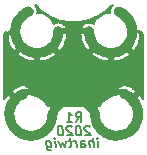
<source format=gbr>
%TF.GenerationSoftware,KiCad,Pcbnew,(5.1.6-0)*%
%TF.CreationDate,2020-12-23T18:17:54-08:00*%
%TF.ProjectId,loco-rollers-n,6c6f636f-2d72-46f6-9c6c-6572732d6e2e,R1*%
%TF.SameCoordinates,PX8f0d180PY7270e00*%
%TF.FileFunction,Copper,L2,Bot*%
%TF.FilePolarity,Positive*%
%FSLAX46Y46*%
G04 Gerber Fmt 4.6, Leading zero omitted, Abs format (unit mm)*
G04 Created by KiCad (PCBNEW (5.1.6-0)) date 2020-12-23 18:17:54*
%MOMM*%
%LPD*%
G01*
G04 APERTURE LIST*
%TA.AperFunction,NonConductor*%
%ADD10C,0.150000*%
%TD*%
%TA.AperFunction,ComponentPad*%
%ADD11C,0.800000*%
%TD*%
%TA.AperFunction,SMDPad,CuDef*%
%ADD12C,0.100000*%
%TD*%
%TA.AperFunction,Conductor*%
%ADD13C,0.508000*%
%TD*%
%TA.AperFunction,Conductor*%
%ADD14C,0.254000*%
%TD*%
%TA.AperFunction,Conductor*%
%ADD15C,0.152400*%
%TD*%
G04 APERTURE END LIST*
D10*
X6283333Y2588096D02*
X6550000Y2969048D01*
X6740476Y2588096D02*
X6740476Y3388096D01*
X6435714Y3388096D01*
X6359523Y3350000D01*
X6321428Y3311905D01*
X6283333Y3235715D01*
X6283333Y3121429D01*
X6321428Y3045239D01*
X6359523Y3007143D01*
X6435714Y2969048D01*
X6740476Y2969048D01*
X5521428Y2588096D02*
X5978571Y2588096D01*
X5750000Y2588096D02*
X5750000Y3388096D01*
X5826190Y3273810D01*
X5902380Y3197620D01*
X5978571Y3159524D01*
X8203854Y438096D02*
X8137187Y971429D01*
X8103854Y1238096D02*
X8146711Y1200000D01*
X8113377Y1161905D01*
X8070520Y1200000D01*
X8103854Y1238096D01*
X8113377Y1161905D01*
X7822901Y438096D02*
X7722901Y1238096D01*
X7480044Y438096D02*
X7427663Y857143D01*
X7456235Y933334D01*
X7527663Y971429D01*
X7641949Y971429D01*
X7722901Y933334D01*
X7765758Y895239D01*
X6756235Y438096D02*
X6703854Y857143D01*
X6732425Y933334D01*
X6803854Y971429D01*
X6956235Y971429D01*
X7037187Y933334D01*
X6751473Y476191D02*
X6832425Y438096D01*
X7022901Y438096D01*
X7094330Y476191D01*
X7122901Y552381D01*
X7113377Y628572D01*
X7065758Y704762D01*
X6984806Y742858D01*
X6794330Y742858D01*
X6713377Y780953D01*
X6375282Y438096D02*
X6308616Y971429D01*
X6327663Y819048D02*
X6280044Y895239D01*
X6237187Y933334D01*
X6156235Y971429D01*
X6080044Y971429D01*
X5927663Y971429D02*
X5622901Y971429D01*
X5780044Y1238096D02*
X5865758Y552381D01*
X5837187Y476191D01*
X5765758Y438096D01*
X5689568Y438096D01*
X5432425Y971429D02*
X5346711Y438096D01*
X5146711Y819048D01*
X5041949Y438096D01*
X4822901Y971429D01*
X4584806Y438096D02*
X4518139Y971429D01*
X4484806Y1238096D02*
X4527663Y1200000D01*
X4494330Y1161905D01*
X4451473Y1200000D01*
X4484806Y1238096D01*
X4494330Y1161905D01*
X3794330Y971429D02*
X3875282Y323810D01*
X3922901Y247620D01*
X3965758Y209524D01*
X4046711Y171429D01*
X4160997Y171429D01*
X4232425Y209524D01*
X3856235Y476191D02*
X3937187Y438096D01*
X4089568Y438096D01*
X4160997Y476191D01*
X4194330Y514286D01*
X4222901Y590477D01*
X4194330Y819048D01*
X4146711Y895239D01*
X4103854Y933334D01*
X4022901Y971429D01*
X3870520Y971429D01*
X3799092Y933334D01*
X7463377Y2161905D02*
X7420520Y2200000D01*
X7339568Y2238096D01*
X7149092Y2238096D01*
X7077663Y2200000D01*
X7044330Y2161905D01*
X7015758Y2085715D01*
X7025282Y2009524D01*
X7077663Y1895239D01*
X7591949Y1438096D01*
X7096711Y1438096D01*
X6501473Y2238096D02*
X6425282Y2238096D01*
X6353854Y2200000D01*
X6320520Y2161905D01*
X6291949Y2085715D01*
X6272901Y1933334D01*
X6296711Y1742858D01*
X6353854Y1590477D01*
X6401473Y1514286D01*
X6444330Y1476191D01*
X6525282Y1438096D01*
X6601473Y1438096D01*
X6672901Y1476191D01*
X6706235Y1514286D01*
X6734806Y1590477D01*
X6753854Y1742858D01*
X6730044Y1933334D01*
X6672901Y2085715D01*
X6625282Y2161905D01*
X6582425Y2200000D01*
X6501473Y2238096D01*
X5939568Y2161905D02*
X5896711Y2200000D01*
X5815758Y2238096D01*
X5625282Y2238096D01*
X5553854Y2200000D01*
X5520520Y2161905D01*
X5491949Y2085715D01*
X5501473Y2009524D01*
X5553854Y1895239D01*
X6068139Y1438096D01*
X5572901Y1438096D01*
X4977663Y2238096D02*
X4901473Y2238096D01*
X4830044Y2200000D01*
X4796711Y2161905D01*
X4768139Y2085715D01*
X4749092Y1933334D01*
X4772901Y1742858D01*
X4830044Y1590477D01*
X4877663Y1514286D01*
X4920520Y1476191D01*
X5001473Y1438096D01*
X5077663Y1438096D01*
X5149092Y1476191D01*
X5182425Y1514286D01*
X5210997Y1590477D01*
X5230044Y1742858D01*
X5206235Y1933334D01*
X5149092Y2085715D01*
X5101473Y2161905D01*
X5058616Y2200000D01*
X4977663Y2238096D01*
D11*
%TO.P,H1,1*%
%TO.N,/PWR*%
X1710000Y11540000D03*
X4825000Y10250000D03*
X4290000Y8960000D03*
X3000000Y8425000D03*
X1710000Y8960000D03*
X1175000Y10250000D03*
%TA.AperFunction,SMDPad,CuDef*%
D12*
G36*
X3012732Y8000541D02*
G01*
X2994943Y8000417D01*
X2816819Y8007883D01*
X2816799Y8007883D01*
X2816776Y8007885D01*
X2810871Y8008173D01*
X2793171Y8010034D01*
X2775447Y8011647D01*
X2598880Y8036462D01*
X2593010Y8037329D01*
X2575623Y8040898D01*
X2558094Y8044242D01*
X2384792Y8086168D01*
X2379034Y8087604D01*
X2362044Y8092864D01*
X2344960Y8097892D01*
X2176575Y8156529D01*
X2170985Y8158519D01*
X2154556Y8165426D01*
X2138076Y8172084D01*
X1976218Y8246872D01*
X1970849Y8249399D01*
X1955210Y8257855D01*
X1939420Y8266110D01*
X1785649Y8356328D01*
X1785633Y8356336D01*
X1785616Y8356347D01*
X1780535Y8359375D01*
X1765771Y8369334D01*
X1750888Y8379073D01*
X1606639Y8483876D01*
X1601862Y8487397D01*
X1588154Y8498738D01*
X1574280Y8509893D01*
X1440946Y8628272D01*
X1436536Y8632243D01*
X1424003Y8644864D01*
X1411277Y8657326D01*
X1290142Y8788141D01*
X1290134Y8788149D01*
X1290126Y8788159D01*
X1286131Y8792534D01*
X1274904Y8806300D01*
X1263444Y8819958D01*
X1155643Y8961980D01*
X1152088Y8966731D01*
X1142232Y8981566D01*
X1132184Y8996241D01*
X1038756Y9148106D01*
X1035682Y9153181D01*
X1027331Y9168887D01*
X1018752Y9184492D01*
X940599Y9344732D01*
X940590Y9344748D01*
X940582Y9344768D01*
X938026Y9350100D01*
X931251Y9366539D01*
X924233Y9382913D01*
X862082Y9550032D01*
X860052Y9555608D01*
X854907Y9572651D01*
X849527Y9589611D01*
X803981Y9761997D01*
X802505Y9767745D01*
X799053Y9785181D01*
X795348Y9802612D01*
X766841Y9978620D01*
X765933Y9984484D01*
X764197Y10002189D01*
X762213Y10019882D01*
X751018Y10197814D01*
X751016Y10197833D01*
X751016Y10197855D01*
X750685Y10203757D01*
X750685Y10221538D01*
X750437Y10239352D01*
X756659Y10417524D01*
X756659Y10417543D01*
X756661Y10417565D01*
X756908Y10423474D01*
X758641Y10441148D01*
X760134Y10458920D01*
X783715Y10635655D01*
X784541Y10641531D01*
X787999Y10658993D01*
X791211Y10676495D01*
X831926Y10850086D01*
X833321Y10855854D01*
X838454Y10872856D01*
X843371Y10890002D01*
X900832Y11058791D01*
X902784Y11064395D01*
X909553Y11080816D01*
X916117Y11097396D01*
X989774Y11259772D01*
X992263Y11265160D01*
X1000619Y11280875D01*
X1008755Y11296705D01*
X1097906Y11451118D01*
X1100908Y11456237D01*
X1110771Y11471081D01*
X1120397Y11486018D01*
X1224190Y11630996D01*
X1227678Y11635797D01*
X1238916Y11649577D01*
X1249983Y11663539D01*
X1367429Y11797696D01*
X1371369Y11802133D01*
X1383902Y11814754D01*
X1396273Y11827564D01*
X1526238Y11949609D01*
X1526248Y11949619D01*
X1526260Y11949629D01*
X1530603Y11953652D01*
X1544332Y11965009D01*
X1557870Y11976530D01*
X1699118Y12085305D01*
X1699134Y12085319D01*
X1699154Y12085333D01*
X1703863Y12088908D01*
X1718623Y12098864D01*
X1733231Y12109016D01*
X1884435Y12203500D01*
X1884440Y12203504D01*
X1884447Y12203508D01*
X1889493Y12206612D01*
X1905117Y12215060D01*
X1920686Y12223761D01*
X2080394Y12303040D01*
X2085727Y12305641D01*
X2094443Y12309305D01*
X2102964Y12313433D01*
X2135204Y12327151D01*
X2140680Y12329436D01*
X2179833Y12343261D01*
X2220148Y12353201D01*
X2261241Y12359159D01*
X2302718Y12361079D01*
X2344186Y12358941D01*
X2385247Y12352768D01*
X2425509Y12342617D01*
X2464589Y12328586D01*
X2502113Y12310808D01*
X2537723Y12289453D01*
X2571080Y12264725D01*
X2601863Y12236860D01*
X2629781Y12206124D01*
X2654567Y12172811D01*
X2675983Y12137238D01*
X2693826Y12099745D01*
X2707925Y12060689D01*
X2718145Y12020445D01*
X2724390Y11979395D01*
X2726599Y11937931D01*
X2724751Y11896450D01*
X2718865Y11855347D01*
X2708995Y11815015D01*
X2695237Y11775838D01*
X2677721Y11738191D01*
X2656615Y11702432D01*
X2632121Y11668904D01*
X2604472Y11637927D01*
X2573933Y11609795D01*
X2540793Y11584778D01*
X2505370Y11563113D01*
X2468002Y11545009D01*
X2447197Y11536157D01*
X2317247Y11471649D01*
X2201285Y11399187D01*
X2092963Y11315769D01*
X1993292Y11222172D01*
X1903230Y11119295D01*
X1823632Y11008113D01*
X1755269Y10889705D01*
X1698787Y10765191D01*
X1654722Y10635753D01*
X1623501Y10502641D01*
X1605416Y10367103D01*
X1600644Y10230457D01*
X1609230Y10094005D01*
X1631091Y9959026D01*
X1666017Y9826837D01*
X1713676Y9698686D01*
X1773619Y9575785D01*
X1845260Y9459334D01*
X1927926Y9350426D01*
X2020828Y9250100D01*
X2123073Y9159323D01*
X2233689Y9078955D01*
X2351623Y9009764D01*
X2475741Y8952413D01*
X2604865Y8907448D01*
X2737763Y8875297D01*
X2873164Y8856267D01*
X3009770Y8850542D01*
X3146286Y8858175D01*
X3281400Y8879091D01*
X3413846Y8913097D01*
X3542328Y8959861D01*
X3665629Y9018937D01*
X3782584Y9089767D01*
X3892071Y9171673D01*
X3993038Y9263870D01*
X4084528Y9365480D01*
X4165667Y9475534D01*
X4235678Y9592978D01*
X4293894Y9716692D01*
X4339760Y9845501D01*
X4372839Y9978172D01*
X4392812Y10113433D01*
X4400507Y10270761D01*
X4400838Y10276686D01*
X4405467Y10317949D01*
X4414100Y10358564D01*
X4426655Y10398143D01*
X4443012Y10436307D01*
X4463016Y10472694D01*
X4486475Y10506955D01*
X4513165Y10538763D01*
X4542831Y10567814D01*
X4575191Y10593833D01*
X4609936Y10616568D01*
X4646733Y10635806D01*
X4685231Y10651360D01*
X4725065Y10663083D01*
X4765851Y10670864D01*
X4807203Y10674627D01*
X4848724Y10674338D01*
X4890019Y10669997D01*
X4930693Y10661647D01*
X4970359Y10649369D01*
X5008636Y10633279D01*
X5045161Y10613530D01*
X5079585Y10590311D01*
X5111578Y10563843D01*
X5140837Y10534381D01*
X5167079Y10502203D01*
X5190058Y10467618D01*
X5209552Y10430956D01*
X5225374Y10392567D01*
X5237376Y10352817D01*
X5245441Y10312086D01*
X5249493Y10270761D01*
X5249493Y10229239D01*
X5240783Y10051150D01*
X5240452Y10045225D01*
X5238468Y10027536D01*
X5236731Y10009825D01*
X5210684Y9833436D01*
X5209776Y9827572D01*
X5206077Y9810171D01*
X5202619Y9792705D01*
X5159484Y9619700D01*
X5158008Y9613953D01*
X5152633Y9597010D01*
X5147483Y9579951D01*
X5087676Y9411992D01*
X5087672Y9411979D01*
X5087666Y9411964D01*
X5085643Y9406405D01*
X5078632Y9390049D01*
X5071848Y9373590D01*
X4995931Y9212259D01*
X4995931Y9212258D01*
X4995926Y9212248D01*
X4993366Y9206905D01*
X4984798Y9191320D01*
X4976437Y9175596D01*
X4885139Y9022442D01*
X4882065Y9017366D01*
X4872019Y9002694D01*
X4862161Y8987857D01*
X4756354Y8844344D01*
X4752799Y8839592D01*
X4741357Y8825956D01*
X4730111Y8812167D01*
X4610816Y8679676D01*
X4610805Y8679663D01*
X4610792Y8679649D01*
X4606802Y8675280D01*
X4594108Y8662849D01*
X4581546Y8650200D01*
X4449879Y8529970D01*
X4445469Y8525999D01*
X4431599Y8514847D01*
X4417884Y8503502D01*
X4275112Y8396695D01*
X4270336Y8393173D01*
X4255427Y8383418D01*
X4240688Y8373476D01*
X4088190Y8281120D01*
X4088175Y8281110D01*
X4088157Y8281100D01*
X4083078Y8278072D01*
X4067305Y8269826D01*
X4051649Y8261362D01*
X3890861Y8184325D01*
X3890853Y8184321D01*
X3890844Y8184317D01*
X3885482Y8181794D01*
X3868984Y8175129D01*
X3852575Y8168231D01*
X3685044Y8107254D01*
X3685026Y8107247D01*
X3685005Y8107240D01*
X3679436Y8105257D01*
X3662397Y8100242D01*
X3645361Y8094969D01*
X3472673Y8050630D01*
X3472659Y8050626D01*
X3472642Y8050623D01*
X3466903Y8049191D01*
X3449397Y8045852D01*
X3431984Y8042278D01*
X3255801Y8015004D01*
X3255786Y8015001D01*
X3255769Y8014999D01*
X3249911Y8014133D01*
X3232163Y8012518D01*
X3214490Y8010661D01*
X3036480Y8000708D01*
X3036464Y8000706D01*
X3036445Y8000706D01*
X3030540Y8000416D01*
X3012732Y8000541D01*
G37*
%TD.AperFunction*%
%TD*%
D11*
%TO.P,H2,1*%
%TO.N,/PWR*%
X1210000Y4540000D03*
X4325000Y3250000D03*
X3790000Y1960000D03*
X2500000Y1425000D03*
X1210000Y1960000D03*
X675000Y3250000D03*
%TA.AperFunction,SMDPad,CuDef*%
D12*
G36*
X2512732Y1000541D02*
G01*
X2494943Y1000417D01*
X2316819Y1007883D01*
X2316799Y1007883D01*
X2316776Y1007885D01*
X2310871Y1008173D01*
X2293171Y1010034D01*
X2275447Y1011647D01*
X2098880Y1036462D01*
X2093010Y1037329D01*
X2075623Y1040898D01*
X2058094Y1044242D01*
X1884792Y1086168D01*
X1879034Y1087604D01*
X1862044Y1092864D01*
X1844960Y1097892D01*
X1676575Y1156529D01*
X1670985Y1158519D01*
X1654556Y1165426D01*
X1638076Y1172084D01*
X1476218Y1246872D01*
X1470849Y1249399D01*
X1455210Y1257855D01*
X1439420Y1266110D01*
X1285649Y1356328D01*
X1285633Y1356336D01*
X1285616Y1356347D01*
X1280535Y1359375D01*
X1265771Y1369334D01*
X1250888Y1379073D01*
X1106639Y1483876D01*
X1101862Y1487397D01*
X1088154Y1498738D01*
X1074280Y1509893D01*
X940946Y1628272D01*
X936536Y1632243D01*
X924003Y1644864D01*
X911277Y1657326D01*
X790142Y1788141D01*
X790134Y1788149D01*
X790126Y1788159D01*
X786131Y1792534D01*
X774904Y1806300D01*
X763444Y1819958D01*
X655643Y1961980D01*
X652088Y1966731D01*
X642232Y1981566D01*
X632184Y1996241D01*
X538756Y2148106D01*
X535682Y2153181D01*
X527331Y2168887D01*
X518752Y2184492D01*
X440599Y2344732D01*
X440590Y2344748D01*
X440582Y2344768D01*
X438026Y2350100D01*
X431251Y2366539D01*
X424233Y2382913D01*
X362082Y2550032D01*
X360052Y2555608D01*
X354907Y2572651D01*
X349527Y2589611D01*
X303981Y2761997D01*
X302505Y2767745D01*
X299053Y2785181D01*
X295348Y2802612D01*
X266841Y2978620D01*
X265933Y2984484D01*
X264197Y3002189D01*
X262213Y3019882D01*
X251018Y3197814D01*
X251016Y3197833D01*
X251016Y3197855D01*
X250685Y3203757D01*
X250685Y3221538D01*
X250437Y3239352D01*
X256659Y3417524D01*
X256659Y3417543D01*
X256661Y3417565D01*
X256908Y3423474D01*
X258641Y3441148D01*
X260134Y3458920D01*
X283715Y3635655D01*
X284541Y3641531D01*
X287999Y3658993D01*
X291211Y3676495D01*
X331926Y3850086D01*
X333321Y3855854D01*
X338454Y3872856D01*
X343371Y3890002D01*
X400832Y4058791D01*
X402784Y4064395D01*
X409553Y4080816D01*
X416117Y4097396D01*
X489774Y4259772D01*
X492263Y4265160D01*
X500619Y4280875D01*
X508755Y4296705D01*
X597906Y4451118D01*
X600908Y4456237D01*
X610771Y4471081D01*
X620397Y4486018D01*
X724190Y4630996D01*
X727678Y4635797D01*
X738916Y4649577D01*
X749983Y4663539D01*
X867429Y4797696D01*
X871369Y4802133D01*
X883902Y4814754D01*
X896273Y4827564D01*
X1026238Y4949609D01*
X1026248Y4949619D01*
X1026260Y4949629D01*
X1030603Y4953652D01*
X1044332Y4965009D01*
X1057870Y4976530D01*
X1199118Y5085305D01*
X1199134Y5085319D01*
X1199154Y5085333D01*
X1203863Y5088908D01*
X1218623Y5098864D01*
X1233231Y5109016D01*
X1384435Y5203500D01*
X1384440Y5203504D01*
X1384447Y5203508D01*
X1389493Y5206612D01*
X1405117Y5215060D01*
X1420686Y5223761D01*
X1580394Y5303040D01*
X1585727Y5305641D01*
X1594443Y5309305D01*
X1602964Y5313433D01*
X1635204Y5327151D01*
X1640680Y5329436D01*
X1679833Y5343261D01*
X1720148Y5353201D01*
X1761241Y5359159D01*
X1802718Y5361079D01*
X1844186Y5358941D01*
X1885247Y5352768D01*
X1925509Y5342617D01*
X1964589Y5328586D01*
X2002113Y5310808D01*
X2037723Y5289453D01*
X2071080Y5264725D01*
X2101863Y5236860D01*
X2129781Y5206124D01*
X2154567Y5172811D01*
X2175983Y5137238D01*
X2193826Y5099745D01*
X2207925Y5060689D01*
X2218145Y5020445D01*
X2224390Y4979395D01*
X2226599Y4937931D01*
X2224751Y4896450D01*
X2218865Y4855347D01*
X2208995Y4815015D01*
X2195237Y4775838D01*
X2177721Y4738191D01*
X2156615Y4702432D01*
X2132121Y4668904D01*
X2104472Y4637927D01*
X2073933Y4609795D01*
X2040793Y4584778D01*
X2005370Y4563113D01*
X1968002Y4545009D01*
X1947197Y4536157D01*
X1817247Y4471649D01*
X1701285Y4399187D01*
X1592963Y4315769D01*
X1493292Y4222172D01*
X1403230Y4119295D01*
X1323632Y4008113D01*
X1255269Y3889705D01*
X1198787Y3765191D01*
X1154722Y3635753D01*
X1123501Y3502641D01*
X1105416Y3367103D01*
X1100644Y3230457D01*
X1109230Y3094005D01*
X1131091Y2959026D01*
X1166017Y2826837D01*
X1213676Y2698686D01*
X1273619Y2575785D01*
X1345260Y2459334D01*
X1427926Y2350426D01*
X1520828Y2250100D01*
X1623073Y2159323D01*
X1733689Y2078955D01*
X1851623Y2009764D01*
X1975741Y1952413D01*
X2104865Y1907448D01*
X2237763Y1875297D01*
X2373164Y1856267D01*
X2509770Y1850542D01*
X2646286Y1858175D01*
X2781400Y1879091D01*
X2913846Y1913097D01*
X3042328Y1959861D01*
X3165629Y2018937D01*
X3282584Y2089767D01*
X3392071Y2171673D01*
X3493038Y2263870D01*
X3584528Y2365480D01*
X3665667Y2475534D01*
X3735678Y2592978D01*
X3793894Y2716692D01*
X3839760Y2845501D01*
X3872839Y2978172D01*
X3892812Y3113433D01*
X3900507Y3270761D01*
X3900838Y3276686D01*
X3905467Y3317949D01*
X3914100Y3358564D01*
X3926655Y3398143D01*
X3943012Y3436307D01*
X3963016Y3472694D01*
X3986475Y3506955D01*
X4013165Y3538763D01*
X4042831Y3567814D01*
X4075191Y3593833D01*
X4109936Y3616568D01*
X4146733Y3635806D01*
X4185231Y3651360D01*
X4225065Y3663083D01*
X4265851Y3670864D01*
X4307203Y3674627D01*
X4348724Y3674338D01*
X4390019Y3669997D01*
X4430693Y3661647D01*
X4470359Y3649369D01*
X4508636Y3633279D01*
X4545161Y3613530D01*
X4579585Y3590311D01*
X4611578Y3563843D01*
X4640837Y3534381D01*
X4667079Y3502203D01*
X4690058Y3467618D01*
X4709552Y3430956D01*
X4725374Y3392567D01*
X4737376Y3352817D01*
X4745441Y3312086D01*
X4749493Y3270761D01*
X4749493Y3229239D01*
X4740783Y3051150D01*
X4740452Y3045225D01*
X4738468Y3027536D01*
X4736731Y3009825D01*
X4710684Y2833436D01*
X4709776Y2827572D01*
X4706077Y2810171D01*
X4702619Y2792705D01*
X4659484Y2619700D01*
X4658008Y2613953D01*
X4652633Y2597010D01*
X4647483Y2579951D01*
X4587676Y2411992D01*
X4587672Y2411979D01*
X4587666Y2411964D01*
X4585643Y2406405D01*
X4578632Y2390049D01*
X4571848Y2373590D01*
X4495931Y2212259D01*
X4495931Y2212258D01*
X4495926Y2212248D01*
X4493366Y2206905D01*
X4484798Y2191320D01*
X4476437Y2175596D01*
X4385139Y2022442D01*
X4382065Y2017366D01*
X4372019Y2002694D01*
X4362161Y1987857D01*
X4256354Y1844344D01*
X4252799Y1839592D01*
X4241357Y1825956D01*
X4230111Y1812167D01*
X4110816Y1679676D01*
X4110805Y1679663D01*
X4110792Y1679649D01*
X4106802Y1675280D01*
X4094108Y1662849D01*
X4081546Y1650200D01*
X3949879Y1529970D01*
X3945469Y1525999D01*
X3931599Y1514847D01*
X3917884Y1503502D01*
X3775112Y1396695D01*
X3770336Y1393173D01*
X3755427Y1383418D01*
X3740688Y1373476D01*
X3588190Y1281120D01*
X3588175Y1281110D01*
X3588157Y1281100D01*
X3583078Y1278072D01*
X3567305Y1269826D01*
X3551649Y1261362D01*
X3390861Y1184325D01*
X3390853Y1184321D01*
X3390844Y1184317D01*
X3385482Y1181794D01*
X3368984Y1175129D01*
X3352575Y1168231D01*
X3185044Y1107254D01*
X3185026Y1107247D01*
X3185005Y1107240D01*
X3179436Y1105257D01*
X3162397Y1100242D01*
X3145361Y1094969D01*
X2972673Y1050630D01*
X2972659Y1050626D01*
X2972642Y1050623D01*
X2966903Y1049191D01*
X2949397Y1045852D01*
X2931984Y1042278D01*
X2755801Y1015004D01*
X2755786Y1015001D01*
X2755769Y1014999D01*
X2749911Y1014133D01*
X2732163Y1012518D01*
X2714490Y1010661D01*
X2536480Y1000708D01*
X2536464Y1000706D01*
X2536445Y1000706D01*
X2530540Y1000416D01*
X2512732Y1000541D01*
G37*
%TD.AperFunction*%
%TD*%
%TA.AperFunction,SMDPad,CuDef*%
%TO.P,H3,1*%
%TO.N,/PWR*%
G36*
X9969900Y12360536D02*
G01*
X10011217Y12356412D01*
X10051934Y12348276D01*
X10091664Y12336205D01*
X10130025Y12320315D01*
X10291224Y12244116D01*
X10296571Y12241543D01*
X10312161Y12232936D01*
X10327850Y12224559D01*
X10480837Y12132999D01*
X10480846Y12132994D01*
X10480856Y12132987D01*
X10485916Y12129912D01*
X10500602Y12119818D01*
X10515391Y12109955D01*
X10658720Y12003897D01*
X10663466Y12000334D01*
X10677076Y11988873D01*
X10690852Y11977597D01*
X10823131Y11858073D01*
X10823145Y11858062D01*
X10823160Y11858048D01*
X10827522Y11854051D01*
X10839935Y11841330D01*
X10852557Y11828752D01*
X10972557Y11696875D01*
X10976520Y11692458D01*
X10987641Y11678576D01*
X10998970Y11664833D01*
X11105519Y11521885D01*
X11105527Y11521876D01*
X11105535Y11521864D01*
X11109041Y11517093D01*
X11118774Y11502161D01*
X11128685Y11487412D01*
X11220778Y11334748D01*
X11220784Y11334739D01*
X11220790Y11334728D01*
X11223814Y11329636D01*
X11232031Y11313851D01*
X11240469Y11298179D01*
X11317226Y11137255D01*
X11317231Y11137246D01*
X11317235Y11137235D01*
X11319748Y11131874D01*
X11326380Y11115375D01*
X11333255Y11098940D01*
X11393945Y10931284D01*
X11395926Y10925691D01*
X11400919Y10908615D01*
X11406154Y10891598D01*
X11450194Y10718821D01*
X11451620Y10713061D01*
X11454923Y10695576D01*
X11458472Y10678133D01*
X11485442Y10501882D01*
X11486299Y10496010D01*
X11487879Y10478299D01*
X11489710Y10460582D01*
X11499352Y10282557D01*
X11499354Y10282539D01*
X11499354Y10282517D01*
X11499633Y10276613D01*
X11499477Y10258816D01*
X11499570Y10241017D01*
X11491793Y10062905D01*
X11491793Y10062886D01*
X11491791Y10062865D01*
X11491493Y10056958D01*
X11489601Y10039265D01*
X11487957Y10021541D01*
X11462836Y9845034D01*
X11462835Y9845020D01*
X11462832Y9845004D01*
X11461957Y9839149D01*
X11458357Y9821768D01*
X11454983Y9804247D01*
X11412755Y9631017D01*
X11411310Y9625262D01*
X11406013Y9608257D01*
X11400961Y9591203D01*
X11342031Y9422923D01*
X11340031Y9417336D01*
X11333092Y9400909D01*
X11326408Y9384450D01*
X11251336Y9222722D01*
X11248800Y9217357D01*
X11240304Y9201710D01*
X11232035Y9185960D01*
X11141540Y9032330D01*
X11138493Y9027238D01*
X11128517Y9012504D01*
X11118744Y8997626D01*
X11013691Y8853561D01*
X11010161Y8848790D01*
X10998795Y8835100D01*
X10987615Y8821245D01*
X10869014Y8688130D01*
X10869004Y8688118D01*
X10868992Y8688105D01*
X10865025Y8683715D01*
X10852374Y8671196D01*
X10839900Y8658503D01*
X10708875Y8537596D01*
X10708864Y8537585D01*
X10708851Y8537574D01*
X10704476Y8533592D01*
X10690673Y8522375D01*
X10677009Y8510950D01*
X10534798Y8403397D01*
X10530040Y8399851D01*
X10515233Y8390051D01*
X10500496Y8379998D01*
X10348489Y8286849D01*
X10348471Y8286837D01*
X10348449Y8286825D01*
X10343388Y8283771D01*
X10327666Y8275447D01*
X10312049Y8266897D01*
X10151663Y8189018D01*
X10151655Y8189013D01*
X10151645Y8189009D01*
X10146301Y8186459D01*
X10129825Y8179702D01*
X10113462Y8172723D01*
X9946250Y8110870D01*
X9946237Y8110864D01*
X9946222Y8110859D01*
X9940656Y8108844D01*
X9923643Y8103740D01*
X9906636Y8098378D01*
X9734186Y8053137D01*
X9734168Y8053131D01*
X9734146Y8053126D01*
X9728421Y8051666D01*
X9710941Y8048237D01*
X9693538Y8044570D01*
X9517501Y8016374D01*
X9517485Y8016371D01*
X9517467Y8016369D01*
X9511614Y8015473D01*
X9493913Y8013769D01*
X9476213Y8011815D01*
X9298258Y8000930D01*
X9298241Y8000928D01*
X9298221Y8000928D01*
X9292318Y8000607D01*
X9274547Y8000639D01*
X9256722Y8000421D01*
X9078540Y8006955D01*
X9072611Y8007214D01*
X9054924Y8008980D01*
X9037170Y8010502D01*
X8860476Y8034392D01*
X8854601Y8035228D01*
X8837160Y8038713D01*
X8819649Y8041959D01*
X8646150Y8082972D01*
X8646130Y8082976D01*
X8646108Y8082982D01*
X8640365Y8084382D01*
X8623346Y8089553D01*
X8606236Y8094492D01*
X8437558Y8152243D01*
X8437545Y8152247D01*
X8437530Y8152253D01*
X8431947Y8154208D01*
X8415539Y8161005D01*
X8398966Y8167600D01*
X8236719Y8241541D01*
X8231336Y8244039D01*
X8215616Y8252433D01*
X8199824Y8260584D01*
X8045573Y8350000D01*
X8045566Y8350003D01*
X8045559Y8350008D01*
X8040452Y8353016D01*
X8025663Y8362879D01*
X8010703Y8372558D01*
X7865907Y8476604D01*
X7865905Y8476605D01*
X7865898Y8476610D01*
X7861112Y8480100D01*
X7847352Y8491363D01*
X7833410Y8502453D01*
X7699468Y8620125D01*
X7699457Y8620133D01*
X7699446Y8620144D01*
X7695027Y8624080D01*
X7682418Y8636646D01*
X7669639Y8649030D01*
X7547822Y8779208D01*
X7547813Y8779216D01*
X7547804Y8779226D01*
X7543787Y8783579D01*
X7532466Y8797312D01*
X7520957Y8810884D01*
X7412413Y8952340D01*
X7408833Y8957073D01*
X7398919Y8971828D01*
X7388773Y8986480D01*
X7294562Y9137838D01*
X7294552Y9137852D01*
X7294542Y9137870D01*
X7291452Y9142912D01*
X7283014Y9158582D01*
X7274359Y9174134D01*
X7195359Y9333978D01*
X7192767Y9339316D01*
X7185903Y9355726D01*
X7178803Y9372054D01*
X7115777Y9538845D01*
X7113718Y9544411D01*
X7108483Y9561427D01*
X7103014Y9578360D01*
X7056566Y9750505D01*
X7055060Y9756245D01*
X7051514Y9773675D01*
X7047720Y9791075D01*
X7018292Y9966932D01*
X7017354Y9972791D01*
X7015527Y9990467D01*
X7013448Y10008170D01*
X7001321Y10186058D01*
X7000958Y10191981D01*
X7000909Y10201449D01*
X7000357Y10210876D01*
X7000020Y10245912D01*
X7000004Y10251846D01*
X7002213Y10293310D01*
X7008456Y10334359D01*
X7018677Y10374605D01*
X7032775Y10413660D01*
X7050618Y10451153D01*
X7072034Y10486727D01*
X7096819Y10520041D01*
X7124736Y10550777D01*
X7155520Y10578642D01*
X7188876Y10603370D01*
X7224486Y10624726D01*
X7262009Y10642503D01*
X7301089Y10656535D01*
X7341351Y10666687D01*
X7382412Y10672861D01*
X7423879Y10674999D01*
X7465358Y10673080D01*
X7506450Y10667122D01*
X7546765Y10657183D01*
X7585918Y10643358D01*
X7623535Y10625778D01*
X7659257Y10604611D01*
X7692743Y10580058D01*
X7723674Y10552357D01*
X7751752Y10521767D01*
X7776714Y10488585D01*
X7798317Y10453125D01*
X7816356Y10415727D01*
X7830661Y10376747D01*
X7841093Y10336556D01*
X7847554Y10295539D01*
X7849980Y10254088D01*
X7850197Y10231483D01*
X7860066Y10086721D01*
X7882632Y9951868D01*
X7918251Y9819858D01*
X7966582Y9691955D01*
X8027165Y9569375D01*
X8099415Y9453299D01*
X8182653Y9344823D01*
X8276075Y9244989D01*
X8378797Y9154745D01*
X8489831Y9074960D01*
X8608122Y9006389D01*
X8732546Y8949685D01*
X8861898Y8905398D01*
X8994961Y8873943D01*
X9130457Y8855623D01*
X9267103Y8850613D01*
X9403573Y8858960D01*
X9538583Y8880584D01*
X9670832Y8915280D01*
X9799074Y8962718D01*
X9922077Y9022446D01*
X10038646Y9093880D01*
X10147710Y9176364D01*
X10248190Y9269085D01*
X10339143Y9371169D01*
X10419707Y9481651D01*
X10489100Y9599456D01*
X10546669Y9723476D01*
X10591860Y9852522D01*
X10624243Y9985366D01*
X10643509Y10120733D01*
X10649473Y10257324D01*
X10642078Y10393856D01*
X10621396Y10529017D01*
X10587625Y10661505D01*
X10541084Y10790072D01*
X10482221Y10913483D01*
X10411597Y11030558D01*
X10329885Y11140184D01*
X10237859Y11241317D01*
X10136412Y11332982D01*
X10026499Y11414314D01*
X9909177Y11484529D01*
X9766769Y11551845D01*
X9761421Y11554418D01*
X9725071Y11574486D01*
X9690851Y11598004D01*
X9659090Y11624750D01*
X9630090Y11654467D01*
X9604129Y11686873D01*
X9581453Y11721657D01*
X9562280Y11758488D01*
X9546793Y11797014D01*
X9535139Y11836867D01*
X9527430Y11877668D01*
X9523739Y11919025D01*
X9524102Y11960546D01*
X9528515Y12001833D01*
X9536935Y12042493D01*
X9549282Y12082136D01*
X9565439Y12120386D01*
X9585253Y12156877D01*
X9608532Y12191259D01*
X9635055Y12223207D01*
X9664569Y12252413D01*
X9696792Y12278600D01*
X9731417Y12301518D01*
X9768113Y12320947D01*
X9806530Y12336704D01*
X9846302Y12348634D01*
X9887047Y12356629D01*
X9928379Y12360608D01*
X9969900Y12360536D01*
G37*
%TD.AperFunction*%
D11*
X10540000Y11540000D03*
X7425000Y10250000D03*
X7960000Y8960000D03*
X9250000Y8425000D03*
X10540000Y8960000D03*
X11075000Y10250000D03*
%TD*%
%TA.AperFunction,SMDPad,CuDef*%
D12*
%TO.P,H4,1*%
%TO.N,/PWR*%
G36*
X10469900Y5360536D02*
G01*
X10511217Y5356412D01*
X10551934Y5348276D01*
X10591664Y5336205D01*
X10630025Y5320315D01*
X10791224Y5244116D01*
X10796571Y5241543D01*
X10812161Y5232936D01*
X10827850Y5224559D01*
X10980837Y5132999D01*
X10980846Y5132994D01*
X10980856Y5132987D01*
X10985916Y5129912D01*
X11000602Y5119818D01*
X11015391Y5109955D01*
X11158720Y5003897D01*
X11163466Y5000334D01*
X11177076Y4988873D01*
X11190852Y4977597D01*
X11323131Y4858073D01*
X11323145Y4858062D01*
X11323160Y4858048D01*
X11327522Y4854051D01*
X11339935Y4841330D01*
X11352557Y4828752D01*
X11472557Y4696875D01*
X11476520Y4692458D01*
X11487641Y4678576D01*
X11498970Y4664833D01*
X11605519Y4521885D01*
X11605527Y4521876D01*
X11605535Y4521864D01*
X11609041Y4517093D01*
X11618774Y4502161D01*
X11628685Y4487412D01*
X11720778Y4334748D01*
X11720784Y4334739D01*
X11720790Y4334728D01*
X11723814Y4329636D01*
X11732031Y4313851D01*
X11740469Y4298179D01*
X11817226Y4137255D01*
X11817231Y4137246D01*
X11817235Y4137235D01*
X11819748Y4131874D01*
X11826380Y4115375D01*
X11833255Y4098940D01*
X11893945Y3931284D01*
X11895926Y3925691D01*
X11900919Y3908615D01*
X11906154Y3891598D01*
X11950194Y3718821D01*
X11951620Y3713061D01*
X11954923Y3695576D01*
X11958472Y3678133D01*
X11985442Y3501882D01*
X11986299Y3496010D01*
X11987879Y3478299D01*
X11989710Y3460582D01*
X11999352Y3282557D01*
X11999354Y3282539D01*
X11999354Y3282517D01*
X11999633Y3276613D01*
X11999477Y3258816D01*
X11999570Y3241017D01*
X11991793Y3062905D01*
X11991793Y3062886D01*
X11991791Y3062865D01*
X11991493Y3056958D01*
X11989601Y3039265D01*
X11987957Y3021541D01*
X11962836Y2845034D01*
X11962835Y2845020D01*
X11962832Y2845004D01*
X11961957Y2839149D01*
X11958357Y2821768D01*
X11954983Y2804247D01*
X11912755Y2631017D01*
X11911310Y2625262D01*
X11906013Y2608257D01*
X11900961Y2591203D01*
X11842031Y2422923D01*
X11840031Y2417336D01*
X11833092Y2400909D01*
X11826408Y2384450D01*
X11751336Y2222722D01*
X11748800Y2217357D01*
X11740304Y2201710D01*
X11732035Y2185960D01*
X11641540Y2032330D01*
X11638493Y2027238D01*
X11628517Y2012504D01*
X11618744Y1997626D01*
X11513691Y1853561D01*
X11510161Y1848790D01*
X11498795Y1835100D01*
X11487615Y1821245D01*
X11369014Y1688130D01*
X11369004Y1688118D01*
X11368992Y1688105D01*
X11365025Y1683715D01*
X11352374Y1671196D01*
X11339900Y1658503D01*
X11208875Y1537596D01*
X11208864Y1537585D01*
X11208851Y1537574D01*
X11204476Y1533592D01*
X11190673Y1522375D01*
X11177009Y1510950D01*
X11034798Y1403397D01*
X11030040Y1399851D01*
X11015233Y1390051D01*
X11000496Y1379998D01*
X10848489Y1286849D01*
X10848471Y1286837D01*
X10848449Y1286825D01*
X10843388Y1283771D01*
X10827666Y1275447D01*
X10812049Y1266897D01*
X10651663Y1189018D01*
X10651655Y1189013D01*
X10651645Y1189009D01*
X10646301Y1186459D01*
X10629825Y1179702D01*
X10613462Y1172723D01*
X10446250Y1110870D01*
X10446237Y1110864D01*
X10446222Y1110859D01*
X10440656Y1108844D01*
X10423643Y1103740D01*
X10406636Y1098378D01*
X10234186Y1053137D01*
X10234168Y1053131D01*
X10234146Y1053126D01*
X10228421Y1051666D01*
X10210941Y1048237D01*
X10193538Y1044570D01*
X10017501Y1016374D01*
X10017485Y1016371D01*
X10017467Y1016369D01*
X10011614Y1015473D01*
X9993913Y1013769D01*
X9976213Y1011815D01*
X9798258Y1000930D01*
X9798241Y1000928D01*
X9798221Y1000928D01*
X9792318Y1000607D01*
X9774547Y1000639D01*
X9756722Y1000421D01*
X9578540Y1006955D01*
X9572611Y1007214D01*
X9554924Y1008980D01*
X9537170Y1010502D01*
X9360476Y1034392D01*
X9354601Y1035228D01*
X9337160Y1038713D01*
X9319649Y1041959D01*
X9146150Y1082972D01*
X9146130Y1082976D01*
X9146108Y1082982D01*
X9140365Y1084382D01*
X9123346Y1089553D01*
X9106236Y1094492D01*
X8937558Y1152243D01*
X8937545Y1152247D01*
X8937530Y1152253D01*
X8931947Y1154208D01*
X8915539Y1161005D01*
X8898966Y1167600D01*
X8736719Y1241541D01*
X8731336Y1244039D01*
X8715616Y1252433D01*
X8699824Y1260584D01*
X8545573Y1350000D01*
X8545566Y1350003D01*
X8545559Y1350008D01*
X8540452Y1353016D01*
X8525663Y1362879D01*
X8510703Y1372558D01*
X8365907Y1476604D01*
X8365905Y1476605D01*
X8365898Y1476610D01*
X8361112Y1480100D01*
X8347352Y1491363D01*
X8333410Y1502453D01*
X8199468Y1620125D01*
X8199457Y1620133D01*
X8199446Y1620144D01*
X8195027Y1624080D01*
X8182418Y1636646D01*
X8169639Y1649030D01*
X8047822Y1779208D01*
X8047813Y1779216D01*
X8047804Y1779226D01*
X8043787Y1783579D01*
X8032466Y1797312D01*
X8020957Y1810884D01*
X7912413Y1952340D01*
X7908833Y1957073D01*
X7898919Y1971828D01*
X7888773Y1986480D01*
X7794562Y2137838D01*
X7794552Y2137852D01*
X7794542Y2137870D01*
X7791452Y2142912D01*
X7783014Y2158582D01*
X7774359Y2174134D01*
X7695359Y2333978D01*
X7692767Y2339316D01*
X7685903Y2355726D01*
X7678803Y2372054D01*
X7615777Y2538845D01*
X7613718Y2544411D01*
X7608483Y2561427D01*
X7603014Y2578360D01*
X7556566Y2750505D01*
X7555060Y2756245D01*
X7551514Y2773675D01*
X7547720Y2791075D01*
X7518292Y2966932D01*
X7517354Y2972791D01*
X7515527Y2990467D01*
X7513448Y3008170D01*
X7501321Y3186058D01*
X7500958Y3191981D01*
X7500909Y3201449D01*
X7500357Y3210876D01*
X7500020Y3245912D01*
X7500004Y3251846D01*
X7502213Y3293310D01*
X7508456Y3334359D01*
X7518677Y3374605D01*
X7532775Y3413660D01*
X7550618Y3451153D01*
X7572034Y3486727D01*
X7596819Y3520041D01*
X7624736Y3550777D01*
X7655520Y3578642D01*
X7688876Y3603370D01*
X7724486Y3624726D01*
X7762009Y3642503D01*
X7801089Y3656535D01*
X7841351Y3666687D01*
X7882412Y3672861D01*
X7923879Y3674999D01*
X7965358Y3673080D01*
X8006450Y3667122D01*
X8046765Y3657183D01*
X8085918Y3643358D01*
X8123535Y3625778D01*
X8159257Y3604611D01*
X8192743Y3580058D01*
X8223674Y3552357D01*
X8251752Y3521767D01*
X8276714Y3488585D01*
X8298317Y3453125D01*
X8316356Y3415727D01*
X8330661Y3376747D01*
X8341093Y3336556D01*
X8347554Y3295539D01*
X8349980Y3254088D01*
X8350197Y3231483D01*
X8360066Y3086721D01*
X8382632Y2951868D01*
X8418251Y2819858D01*
X8466582Y2691955D01*
X8527165Y2569375D01*
X8599415Y2453299D01*
X8682653Y2344823D01*
X8776075Y2244989D01*
X8878797Y2154745D01*
X8989831Y2074960D01*
X9108122Y2006389D01*
X9232546Y1949685D01*
X9361898Y1905398D01*
X9494961Y1873943D01*
X9630457Y1855623D01*
X9767103Y1850613D01*
X9903573Y1858960D01*
X10038583Y1880584D01*
X10170832Y1915280D01*
X10299074Y1962718D01*
X10422077Y2022446D01*
X10538646Y2093880D01*
X10647710Y2176364D01*
X10748190Y2269085D01*
X10839143Y2371169D01*
X10919707Y2481651D01*
X10989100Y2599456D01*
X11046669Y2723476D01*
X11091860Y2852522D01*
X11124243Y2985366D01*
X11143509Y3120733D01*
X11149473Y3257324D01*
X11142078Y3393856D01*
X11121396Y3529017D01*
X11087625Y3661505D01*
X11041084Y3790072D01*
X10982221Y3913483D01*
X10911597Y4030558D01*
X10829885Y4140184D01*
X10737859Y4241317D01*
X10636412Y4332982D01*
X10526499Y4414314D01*
X10409177Y4484529D01*
X10266769Y4551845D01*
X10261421Y4554418D01*
X10225071Y4574486D01*
X10190851Y4598004D01*
X10159090Y4624750D01*
X10130090Y4654467D01*
X10104129Y4686873D01*
X10081453Y4721657D01*
X10062280Y4758488D01*
X10046793Y4797014D01*
X10035139Y4836867D01*
X10027430Y4877668D01*
X10023739Y4919025D01*
X10024102Y4960546D01*
X10028515Y5001833D01*
X10036935Y5042493D01*
X10049282Y5082136D01*
X10065439Y5120386D01*
X10085253Y5156877D01*
X10108532Y5191259D01*
X10135055Y5223207D01*
X10164569Y5252413D01*
X10196792Y5278600D01*
X10231417Y5301518D01*
X10268113Y5320947D01*
X10306530Y5336704D01*
X10346302Y5348634D01*
X10387047Y5356629D01*
X10428379Y5360608D01*
X10469900Y5360536D01*
G37*
%TD.AperFunction*%
D11*
X11040000Y4540000D03*
X7925000Y3250000D03*
X8460000Y1960000D03*
X9750000Y1425000D03*
X11040000Y1960000D03*
X11575000Y3250000D03*
%TD*%
D13*
%TO.N,/PWR*%
X3000000Y8425000D02*
X3000000Y7150000D01*
X4825000Y10250000D02*
X5700000Y10250000D01*
X7425000Y10250000D02*
X6550000Y10250000D01*
X9250000Y7450000D02*
X9250000Y8425000D01*
X11250000Y8250000D02*
X10540000Y8960000D01*
X11300000Y8250000D02*
X11250000Y8250000D01*
X7250000Y8250000D02*
X7960000Y8960000D01*
X7250000Y8150000D02*
X7250000Y8250000D01*
D14*
X11075000Y10250000D02*
X11600000Y10250000D01*
X11600000Y10250000D02*
X11750000Y10100000D01*
X11750000Y10100000D02*
X11750000Y9450000D01*
X1175000Y10250000D02*
X700000Y10250000D01*
X700000Y10250000D02*
X450000Y10000000D01*
X450000Y10000000D02*
X450000Y9400000D01*
D13*
X1000000Y8250000D02*
X1710000Y8960000D01*
X1000000Y8000000D02*
X1000000Y8250000D01*
X5050000Y8200000D02*
X4290000Y8960000D01*
X11650000Y5150000D02*
X11040000Y4540000D01*
X11650000Y5700000D02*
X11650000Y5150000D01*
X700000Y5050000D02*
X1210000Y4540000D01*
X700000Y5650000D02*
X700000Y5050000D01*
X10480000Y5100000D02*
X11040000Y4540000D01*
X8950000Y5100000D02*
X10480000Y5100000D01*
X1827644Y5100000D02*
X1238822Y4511178D01*
X3650000Y5100000D02*
X1827644Y5100000D01*
X4325000Y3250000D02*
X4325000Y3275000D01*
X4325000Y3275000D02*
X5050000Y4000000D01*
X7925000Y3250000D02*
X7900000Y3250000D01*
X7900000Y3250000D02*
X7150000Y4000000D01*
X7925000Y3250000D02*
X7925000Y3925000D01*
X7925000Y3925000D02*
X8300000Y4300000D01*
X4325000Y3250000D02*
X4325000Y3975000D01*
X4325000Y3975000D02*
X3950000Y4350000D01*
%TD*%
D15*
%TO.N,/PWR*%
G36*
X2888313Y12487156D02*
G01*
X2897335Y12478197D01*
X2905462Y12468422D01*
X2907998Y12465951D01*
X3471160Y11924769D01*
X3489204Y11910539D01*
X3507055Y11896053D01*
X3510023Y11894121D01*
X4167576Y11472631D01*
X4188070Y11462162D01*
X4208365Y11451434D01*
X4211652Y11450115D01*
X4938549Y11164371D01*
X4960658Y11158090D01*
X4982680Y11151500D01*
X4986160Y11150845D01*
X5754715Y11011732D01*
X5777634Y11009864D01*
X5800504Y11007678D01*
X5804045Y11007711D01*
X5804046Y11007711D01*
X6584984Y11020527D01*
X6607814Y11023145D01*
X6630689Y11025444D01*
X6634156Y11026165D01*
X7397733Y11190421D01*
X7419619Y11197423D01*
X7441612Y11204122D01*
X7444874Y11205502D01*
X8162004Y11514944D01*
X8182107Y11526060D01*
X8202386Y11536906D01*
X8205317Y11538894D01*
X8848685Y11981734D01*
X8866243Y11996540D01*
X8884033Y12011122D01*
X8886522Y12013640D01*
X9356967Y12496400D01*
X9441578Y12496400D01*
X9388016Y12443395D01*
X9346658Y12393581D01*
X9300154Y12324898D01*
X9269249Y12267979D01*
X9236974Y12191570D01*
X9217720Y12129751D01*
X9200899Y12048529D01*
X9194018Y11984134D01*
X9193295Y11901192D01*
X9199051Y11836697D01*
X9200279Y11830200D01*
X9094364Y11830200D01*
X8789073Y11769474D01*
X8501495Y11650355D01*
X8242681Y11477422D01*
X8022578Y11257319D01*
X7849645Y10998505D01*
X7809128Y10900689D01*
X7740914Y10936729D01*
X7680979Y10961247D01*
X7601511Y10985011D01*
X7537959Y10997420D01*
X7455388Y11005297D01*
X7390629Y11005127D01*
X7308101Y10996815D01*
X7244611Y10984069D01*
X7165269Y10959885D01*
X7105468Y10935052D01*
X7032335Y10895919D01*
X6978494Y10859942D01*
X6914354Y10807349D01*
X6868523Y10761596D01*
X6815821Y10697546D01*
X6779754Y10643769D01*
X6740495Y10570702D01*
X6715558Y10510940D01*
X6691239Y10431639D01*
X6678385Y10368169D01*
X6669933Y10285656D01*
X6668207Y10250951D01*
X6668223Y10245017D01*
X6668237Y10242721D01*
X6668574Y10207685D01*
X6670469Y10175328D01*
X6670780Y10172444D01*
X6670795Y10169540D01*
X6672793Y10134876D01*
X6673444Y10128978D01*
X6673707Y10126669D01*
X6715262Y9772924D01*
X6720612Y9740951D01*
X6728331Y9705551D01*
X6735543Y9670101D01*
X6743469Y9639459D01*
X6743430Y9639448D01*
X6743432Y9639441D01*
X6743555Y9639124D01*
X6744243Y9636465D01*
X6746025Y9630814D01*
X6746704Y9631028D01*
X6747544Y9628869D01*
X6746730Y9628606D01*
X6856202Y9289675D01*
X6867659Y9259355D01*
X6882066Y9226221D01*
X6896065Y9192754D01*
X6911135Y9161444D01*
X6913985Y9156239D01*
X6915096Y9154226D01*
X7088317Y8843008D01*
X7105450Y8815483D01*
X7126045Y8785741D01*
X7146248Y8755675D01*
X7167128Y8727868D01*
X7170935Y8723316D01*
X7172401Y8721575D01*
X7402773Y8449930D01*
X7424924Y8426259D01*
X7450963Y8401026D01*
X7476565Y8375513D01*
X7502390Y8352339D01*
X7507008Y8348612D01*
X7508842Y8347143D01*
X7787590Y8125418D01*
X7813909Y8106505D01*
X7844287Y8086852D01*
X7874430Y8066749D01*
X7904329Y8048999D01*
X7909580Y8046243D01*
X7909823Y8046706D01*
X7911769Y8045504D01*
X7911606Y8045188D01*
X8228106Y7881830D01*
X8257600Y7868388D01*
X8291290Y7854981D01*
X8324693Y7841145D01*
X8352454Y7831315D01*
X8352426Y7831232D01*
X8352432Y7831230D01*
X8354562Y7830568D01*
X8357442Y7829548D01*
X8363128Y7827864D01*
X8363139Y7827901D01*
X8365344Y7827216D01*
X8707550Y7728444D01*
X8739098Y7720987D01*
X8774664Y7714395D01*
X8810191Y7707296D01*
X8844564Y7702281D01*
X8850472Y7701733D01*
X8852776Y7701528D01*
X9207653Y7671104D01*
X9240043Y7669916D01*
X9276255Y7670358D01*
X9312453Y7670295D01*
X9347198Y7672058D01*
X9353090Y7672668D01*
X9352924Y7674270D01*
X9355178Y7674493D01*
X9355353Y7672910D01*
X9709370Y7711994D01*
X9741373Y7717119D01*
X9776805Y7724585D01*
X9812331Y7731555D01*
X9846017Y7740017D01*
X9851689Y7741762D01*
X9853898Y7742450D01*
X10193589Y7849555D01*
X10223991Y7860801D01*
X10257274Y7874997D01*
X10290789Y7888743D01*
X10322220Y7903603D01*
X10327441Y7906415D01*
X10326108Y7908889D01*
X10328087Y7910001D01*
X10329452Y7907507D01*
X10641867Y8078549D01*
X10669508Y8095487D01*
X10699434Y8115901D01*
X10729601Y8135868D01*
X10757538Y8156541D01*
X10762112Y8160312D01*
X10761086Y8161556D01*
X10762864Y8163013D01*
X10763889Y8161787D01*
X11037130Y8390252D01*
X11060956Y8412238D01*
X11086346Y8438076D01*
X11112059Y8463520D01*
X11135422Y8489194D01*
X11139181Y8493786D01*
X11140656Y8495600D01*
X11364322Y8772793D01*
X11383421Y8798985D01*
X11403297Y8829243D01*
X11423594Y8859222D01*
X11441538Y8888969D01*
X11444333Y8894204D01*
X11445412Y8896241D01*
X11610979Y9211599D01*
X11624625Y9240996D01*
X11638247Y9274540D01*
X11652337Y9307897D01*
X11664160Y9340558D01*
X11665885Y9346236D01*
X11666549Y9348450D01*
X11767708Y9689960D01*
X11775385Y9721455D01*
X11782225Y9756974D01*
X11789572Y9792452D01*
X11794828Y9826806D01*
X11795417Y9832711D01*
X11795636Y9834994D01*
X11828537Y10189649D01*
X11829951Y10222030D01*
X11829762Y10258209D01*
X11829886Y10272438D01*
X11996401Y9982380D01*
X11996400Y4505427D01*
X11931115Y4626675D01*
X11914369Y4654436D01*
X11894165Y4684501D01*
X11874412Y4714804D01*
X11853929Y4742892D01*
X11850186Y4747497D01*
X11848735Y4749269D01*
X11622178Y5024104D01*
X11600358Y5048084D01*
X11574707Y5073645D01*
X11549439Y5099539D01*
X11523885Y5123118D01*
X11519319Y5126908D01*
X11517557Y5128360D01*
X11241933Y5353956D01*
X11215876Y5373237D01*
X11185811Y5393288D01*
X11155918Y5413833D01*
X11126284Y5431991D01*
X11121069Y5434822D01*
X11119052Y5435908D01*
X10804858Y5603672D01*
X10775551Y5617525D01*
X10698919Y5649267D01*
X10636961Y5668092D01*
X10555624Y5684345D01*
X10491188Y5690776D01*
X10408243Y5690921D01*
X10343784Y5684715D01*
X10262390Y5668746D01*
X10200363Y5650137D01*
X10123621Y5618662D01*
X10066397Y5588363D01*
X9997230Y5542583D01*
X9946973Y5501739D01*
X9888016Y5443395D01*
X9846658Y5393581D01*
X9800154Y5324898D01*
X9769249Y5267979D01*
X9736974Y5191570D01*
X9717720Y5129751D01*
X9700899Y5048529D01*
X9694018Y4984134D01*
X9693295Y4901192D01*
X9699051Y4836697D01*
X9700279Y4830200D01*
X9594364Y4830200D01*
X9289073Y4769474D01*
X9001495Y4650355D01*
X8742681Y4477422D01*
X8522578Y4257319D01*
X8349645Y3998505D01*
X8309128Y3900689D01*
X8240914Y3936729D01*
X8180979Y3961247D01*
X8101511Y3985011D01*
X8037959Y3997420D01*
X7955388Y4005297D01*
X7890629Y4005127D01*
X7808101Y3996815D01*
X7744611Y3984069D01*
X7665269Y3959885D01*
X7605468Y3935052D01*
X7532335Y3895919D01*
X7478494Y3859942D01*
X7414354Y3807349D01*
X7368523Y3761596D01*
X7336153Y3722256D01*
X7336153Y3893700D01*
X4963848Y3893700D01*
X4963848Y3652355D01*
X4930715Y3702225D01*
X4889783Y3752412D01*
X4831336Y3811267D01*
X4781445Y3852540D01*
X4712680Y3898923D01*
X4655715Y3929724D01*
X4579251Y3961866D01*
X4517395Y3981014D01*
X4436144Y3997693D01*
X4371741Y4004462D01*
X4288797Y4005041D01*
X4224306Y3999171D01*
X4142830Y3983628D01*
X4080713Y3965347D01*
X4003808Y3934276D01*
X3946421Y3904275D01*
X3940887Y3900653D01*
X3900355Y3998505D01*
X3727422Y4257319D01*
X3507319Y4477422D01*
X3248505Y4650355D01*
X2960927Y4769474D01*
X2655636Y4830200D01*
X2549760Y4830200D01*
X2556952Y4906993D01*
X2556669Y4971748D01*
X2548215Y5054262D01*
X2535362Y5117726D01*
X2511043Y5197026D01*
X2486105Y5256789D01*
X2446846Y5329855D01*
X2410775Y5383637D01*
X2358071Y5447686D01*
X2312245Y5493432D01*
X2248105Y5546025D01*
X2194262Y5582003D01*
X2121128Y5621136D01*
X2061322Y5645970D01*
X1981980Y5670152D01*
X1918492Y5682896D01*
X1835963Y5691207D01*
X1771204Y5691377D01*
X1688634Y5683499D01*
X1625083Y5671089D01*
X1545615Y5647324D01*
X1512907Y5635645D01*
X1507431Y5633360D01*
X1505296Y5632460D01*
X1473056Y5618742D01*
X1443884Y5604609D01*
X1441334Y5603216D01*
X1438644Y5602085D01*
X1407365Y5586963D01*
X1402165Y5584104D01*
X1400150Y5582987D01*
X1089235Y5409221D01*
X1061748Y5392045D01*
X1032075Y5371422D01*
X1002004Y5351139D01*
X974208Y5330188D01*
X969666Y5326375D01*
X971130Y5324631D01*
X969368Y5323254D01*
X967948Y5324923D01*
X696711Y5094083D01*
X673081Y5071894D01*
X647983Y5045904D01*
X622416Y5020158D01*
X599254Y4994250D01*
X595536Y4989625D01*
X594107Y4987835D01*
X372868Y4708701D01*
X353995Y4682339D01*
X334398Y4651930D01*
X314353Y4621760D01*
X296665Y4591849D01*
X293916Y4586590D01*
X292857Y4584548D01*
X253600Y4508162D01*
X253600Y9982383D01*
X420521Y10273150D01*
X419903Y10255450D01*
X420408Y10219281D01*
X420408Y10183046D01*
X422230Y10148321D01*
X422851Y10142420D01*
X423097Y10140160D01*
X462800Y9786201D01*
X467982Y9754206D01*
X475501Y9718828D01*
X482542Y9683272D01*
X491068Y9649583D01*
X492823Y9643915D01*
X493508Y9641729D01*
X601205Y9302224D01*
X612505Y9271839D01*
X626753Y9238597D01*
X640563Y9205091D01*
X655472Y9173696D01*
X658295Y9168476D01*
X659391Y9166466D01*
X830981Y8854345D01*
X847964Y8826739D01*
X868400Y8796891D01*
X888456Y8766706D01*
X909158Y8738831D01*
X912941Y8734258D01*
X914427Y8732474D01*
X1143373Y8459627D01*
X1165396Y8435845D01*
X1191226Y8410550D01*
X1216775Y8384822D01*
X1242471Y8361520D01*
X1247069Y8357769D01*
X1248902Y8356285D01*
X1526486Y8133103D01*
X1552714Y8114047D01*
X1582954Y8094259D01*
X1613010Y8073985D01*
X1642811Y8056081D01*
X1648048Y8053297D01*
X1650090Y8052244D01*
X1650080Y8052225D01*
X1965721Y7887212D01*
X1995147Y7873616D01*
X2028697Y7860061D01*
X2062088Y7846024D01*
X2091437Y7835458D01*
X2091421Y7835410D01*
X2091427Y7835408D01*
X2092582Y7835046D01*
X2094767Y7834259D01*
X2100444Y7832545D01*
X2100453Y7832576D01*
X2102672Y7831880D01*
X2444356Y7731318D01*
X2475865Y7723695D01*
X2511472Y7716903D01*
X2546881Y7709634D01*
X2581230Y7704439D01*
X2587136Y7703860D01*
X2589437Y7703643D01*
X2944149Y7671361D01*
X2976538Y7670003D01*
X3012741Y7670256D01*
X3048943Y7670003D01*
X3083633Y7671578D01*
X3089539Y7672157D01*
X3091849Y7672392D01*
X3446075Y7709623D01*
X3478108Y7714582D01*
X3513497Y7721846D01*
X3549137Y7728645D01*
X3582900Y7736940D01*
X3588578Y7738655D01*
X3590756Y7739347D01*
X3590763Y7739324D01*
X3931008Y7844648D01*
X3961468Y7855734D01*
X3994822Y7869755D01*
X4028412Y7883326D01*
X4059903Y7898011D01*
X4065142Y7900797D01*
X4067167Y7901883D01*
X4380478Y8071289D01*
X4408204Y8088081D01*
X4438186Y8108304D01*
X4468518Y8128153D01*
X4496540Y8148662D01*
X4501138Y8152412D01*
X4502929Y8153883D01*
X4777369Y8380920D01*
X4801310Y8402782D01*
X4826831Y8428483D01*
X4852679Y8453794D01*
X4876194Y8479366D01*
X4879977Y8483939D01*
X4881444Y8485725D01*
X5106557Y8761742D01*
X5125795Y8787836D01*
X5145803Y8817950D01*
X5166280Y8847856D01*
X5184387Y8877522D01*
X5187209Y8882742D01*
X5188293Y8884763D01*
X5355510Y9199250D01*
X5369314Y9228586D01*
X5383122Y9262088D01*
X5397370Y9295331D01*
X5409360Y9327917D01*
X5411115Y9333586D01*
X5411795Y9335809D01*
X5514741Y9676784D01*
X5522582Y9708235D01*
X5529607Y9743710D01*
X5537142Y9779161D01*
X5542577Y9813483D01*
X5543197Y9819385D01*
X5543429Y9821671D01*
X5578186Y10176149D01*
X5579770Y10208527D01*
X5579770Y10291473D01*
X5573451Y10355921D01*
X5557340Y10437286D01*
X5538624Y10499276D01*
X5507016Y10575963D01*
X5476616Y10633137D01*
X5430715Y10702225D01*
X5389783Y10752412D01*
X5331336Y10811267D01*
X5281445Y10852540D01*
X5212680Y10898923D01*
X5155715Y10929724D01*
X5079251Y10961866D01*
X5017395Y10981014D01*
X4936144Y10997693D01*
X4871741Y11004462D01*
X4788797Y11005041D01*
X4724306Y10999171D01*
X4642830Y10983628D01*
X4580713Y10965347D01*
X4503808Y10934276D01*
X4446421Y10904275D01*
X4440887Y10900653D01*
X4400355Y10998505D01*
X4227422Y11257319D01*
X4007319Y11477422D01*
X3748505Y11650355D01*
X3460927Y11769474D01*
X3155636Y11830200D01*
X3049760Y11830200D01*
X3056952Y11906993D01*
X3056669Y11971748D01*
X3048215Y12054262D01*
X3035362Y12117726D01*
X3011043Y12197026D01*
X2986105Y12256789D01*
X2946846Y12329855D01*
X2910775Y12383637D01*
X2858071Y12447686D01*
X2812245Y12493432D01*
X2808625Y12496400D01*
X2880666Y12496400D01*
X2888313Y12487156D01*
G37*
X2888313Y12487156D02*
X2897335Y12478197D01*
X2905462Y12468422D01*
X2907998Y12465951D01*
X3471160Y11924769D01*
X3489204Y11910539D01*
X3507055Y11896053D01*
X3510023Y11894121D01*
X4167576Y11472631D01*
X4188070Y11462162D01*
X4208365Y11451434D01*
X4211652Y11450115D01*
X4938549Y11164371D01*
X4960658Y11158090D01*
X4982680Y11151500D01*
X4986160Y11150845D01*
X5754715Y11011732D01*
X5777634Y11009864D01*
X5800504Y11007678D01*
X5804045Y11007711D01*
X5804046Y11007711D01*
X6584984Y11020527D01*
X6607814Y11023145D01*
X6630689Y11025444D01*
X6634156Y11026165D01*
X7397733Y11190421D01*
X7419619Y11197423D01*
X7441612Y11204122D01*
X7444874Y11205502D01*
X8162004Y11514944D01*
X8182107Y11526060D01*
X8202386Y11536906D01*
X8205317Y11538894D01*
X8848685Y11981734D01*
X8866243Y11996540D01*
X8884033Y12011122D01*
X8886522Y12013640D01*
X9356967Y12496400D01*
X9441578Y12496400D01*
X9388016Y12443395D01*
X9346658Y12393581D01*
X9300154Y12324898D01*
X9269249Y12267979D01*
X9236974Y12191570D01*
X9217720Y12129751D01*
X9200899Y12048529D01*
X9194018Y11984134D01*
X9193295Y11901192D01*
X9199051Y11836697D01*
X9200279Y11830200D01*
X9094364Y11830200D01*
X8789073Y11769474D01*
X8501495Y11650355D01*
X8242681Y11477422D01*
X8022578Y11257319D01*
X7849645Y10998505D01*
X7809128Y10900689D01*
X7740914Y10936729D01*
X7680979Y10961247D01*
X7601511Y10985011D01*
X7537959Y10997420D01*
X7455388Y11005297D01*
X7390629Y11005127D01*
X7308101Y10996815D01*
X7244611Y10984069D01*
X7165269Y10959885D01*
X7105468Y10935052D01*
X7032335Y10895919D01*
X6978494Y10859942D01*
X6914354Y10807349D01*
X6868523Y10761596D01*
X6815821Y10697546D01*
X6779754Y10643769D01*
X6740495Y10570702D01*
X6715558Y10510940D01*
X6691239Y10431639D01*
X6678385Y10368169D01*
X6669933Y10285656D01*
X6668207Y10250951D01*
X6668223Y10245017D01*
X6668237Y10242721D01*
X6668574Y10207685D01*
X6670469Y10175328D01*
X6670780Y10172444D01*
X6670795Y10169540D01*
X6672793Y10134876D01*
X6673444Y10128978D01*
X6673707Y10126669D01*
X6715262Y9772924D01*
X6720612Y9740951D01*
X6728331Y9705551D01*
X6735543Y9670101D01*
X6743469Y9639459D01*
X6743430Y9639448D01*
X6743432Y9639441D01*
X6743555Y9639124D01*
X6744243Y9636465D01*
X6746025Y9630814D01*
X6746704Y9631028D01*
X6747544Y9628869D01*
X6746730Y9628606D01*
X6856202Y9289675D01*
X6867659Y9259355D01*
X6882066Y9226221D01*
X6896065Y9192754D01*
X6911135Y9161444D01*
X6913985Y9156239D01*
X6915096Y9154226D01*
X7088317Y8843008D01*
X7105450Y8815483D01*
X7126045Y8785741D01*
X7146248Y8755675D01*
X7167128Y8727868D01*
X7170935Y8723316D01*
X7172401Y8721575D01*
X7402773Y8449930D01*
X7424924Y8426259D01*
X7450963Y8401026D01*
X7476565Y8375513D01*
X7502390Y8352339D01*
X7507008Y8348612D01*
X7508842Y8347143D01*
X7787590Y8125418D01*
X7813909Y8106505D01*
X7844287Y8086852D01*
X7874430Y8066749D01*
X7904329Y8048999D01*
X7909580Y8046243D01*
X7909823Y8046706D01*
X7911769Y8045504D01*
X7911606Y8045188D01*
X8228106Y7881830D01*
X8257600Y7868388D01*
X8291290Y7854981D01*
X8324693Y7841145D01*
X8352454Y7831315D01*
X8352426Y7831232D01*
X8352432Y7831230D01*
X8354562Y7830568D01*
X8357442Y7829548D01*
X8363128Y7827864D01*
X8363139Y7827901D01*
X8365344Y7827216D01*
X8707550Y7728444D01*
X8739098Y7720987D01*
X8774664Y7714395D01*
X8810191Y7707296D01*
X8844564Y7702281D01*
X8850472Y7701733D01*
X8852776Y7701528D01*
X9207653Y7671104D01*
X9240043Y7669916D01*
X9276255Y7670358D01*
X9312453Y7670295D01*
X9347198Y7672058D01*
X9353090Y7672668D01*
X9352924Y7674270D01*
X9355178Y7674493D01*
X9355353Y7672910D01*
X9709370Y7711994D01*
X9741373Y7717119D01*
X9776805Y7724585D01*
X9812331Y7731555D01*
X9846017Y7740017D01*
X9851689Y7741762D01*
X9853898Y7742450D01*
X10193589Y7849555D01*
X10223991Y7860801D01*
X10257274Y7874997D01*
X10290789Y7888743D01*
X10322220Y7903603D01*
X10327441Y7906415D01*
X10326108Y7908889D01*
X10328087Y7910001D01*
X10329452Y7907507D01*
X10641867Y8078549D01*
X10669508Y8095487D01*
X10699434Y8115901D01*
X10729601Y8135868D01*
X10757538Y8156541D01*
X10762112Y8160312D01*
X10761086Y8161556D01*
X10762864Y8163013D01*
X10763889Y8161787D01*
X11037130Y8390252D01*
X11060956Y8412238D01*
X11086346Y8438076D01*
X11112059Y8463520D01*
X11135422Y8489194D01*
X11139181Y8493786D01*
X11140656Y8495600D01*
X11364322Y8772793D01*
X11383421Y8798985D01*
X11403297Y8829243D01*
X11423594Y8859222D01*
X11441538Y8888969D01*
X11444333Y8894204D01*
X11445412Y8896241D01*
X11610979Y9211599D01*
X11624625Y9240996D01*
X11638247Y9274540D01*
X11652337Y9307897D01*
X11664160Y9340558D01*
X11665885Y9346236D01*
X11666549Y9348450D01*
X11767708Y9689960D01*
X11775385Y9721455D01*
X11782225Y9756974D01*
X11789572Y9792452D01*
X11794828Y9826806D01*
X11795417Y9832711D01*
X11795636Y9834994D01*
X11828537Y10189649D01*
X11829951Y10222030D01*
X11829762Y10258209D01*
X11829886Y10272438D01*
X11996401Y9982380D01*
X11996400Y4505427D01*
X11931115Y4626675D01*
X11914369Y4654436D01*
X11894165Y4684501D01*
X11874412Y4714804D01*
X11853929Y4742892D01*
X11850186Y4747497D01*
X11848735Y4749269D01*
X11622178Y5024104D01*
X11600358Y5048084D01*
X11574707Y5073645D01*
X11549439Y5099539D01*
X11523885Y5123118D01*
X11519319Y5126908D01*
X11517557Y5128360D01*
X11241933Y5353956D01*
X11215876Y5373237D01*
X11185811Y5393288D01*
X11155918Y5413833D01*
X11126284Y5431991D01*
X11121069Y5434822D01*
X11119052Y5435908D01*
X10804858Y5603672D01*
X10775551Y5617525D01*
X10698919Y5649267D01*
X10636961Y5668092D01*
X10555624Y5684345D01*
X10491188Y5690776D01*
X10408243Y5690921D01*
X10343784Y5684715D01*
X10262390Y5668746D01*
X10200363Y5650137D01*
X10123621Y5618662D01*
X10066397Y5588363D01*
X9997230Y5542583D01*
X9946973Y5501739D01*
X9888016Y5443395D01*
X9846658Y5393581D01*
X9800154Y5324898D01*
X9769249Y5267979D01*
X9736974Y5191570D01*
X9717720Y5129751D01*
X9700899Y5048529D01*
X9694018Y4984134D01*
X9693295Y4901192D01*
X9699051Y4836697D01*
X9700279Y4830200D01*
X9594364Y4830200D01*
X9289073Y4769474D01*
X9001495Y4650355D01*
X8742681Y4477422D01*
X8522578Y4257319D01*
X8349645Y3998505D01*
X8309128Y3900689D01*
X8240914Y3936729D01*
X8180979Y3961247D01*
X8101511Y3985011D01*
X8037959Y3997420D01*
X7955388Y4005297D01*
X7890629Y4005127D01*
X7808101Y3996815D01*
X7744611Y3984069D01*
X7665269Y3959885D01*
X7605468Y3935052D01*
X7532335Y3895919D01*
X7478494Y3859942D01*
X7414354Y3807349D01*
X7368523Y3761596D01*
X7336153Y3722256D01*
X7336153Y3893700D01*
X4963848Y3893700D01*
X4963848Y3652355D01*
X4930715Y3702225D01*
X4889783Y3752412D01*
X4831336Y3811267D01*
X4781445Y3852540D01*
X4712680Y3898923D01*
X4655715Y3929724D01*
X4579251Y3961866D01*
X4517395Y3981014D01*
X4436144Y3997693D01*
X4371741Y4004462D01*
X4288797Y4005041D01*
X4224306Y3999171D01*
X4142830Y3983628D01*
X4080713Y3965347D01*
X4003808Y3934276D01*
X3946421Y3904275D01*
X3940887Y3900653D01*
X3900355Y3998505D01*
X3727422Y4257319D01*
X3507319Y4477422D01*
X3248505Y4650355D01*
X2960927Y4769474D01*
X2655636Y4830200D01*
X2549760Y4830200D01*
X2556952Y4906993D01*
X2556669Y4971748D01*
X2548215Y5054262D01*
X2535362Y5117726D01*
X2511043Y5197026D01*
X2486105Y5256789D01*
X2446846Y5329855D01*
X2410775Y5383637D01*
X2358071Y5447686D01*
X2312245Y5493432D01*
X2248105Y5546025D01*
X2194262Y5582003D01*
X2121128Y5621136D01*
X2061322Y5645970D01*
X1981980Y5670152D01*
X1918492Y5682896D01*
X1835963Y5691207D01*
X1771204Y5691377D01*
X1688634Y5683499D01*
X1625083Y5671089D01*
X1545615Y5647324D01*
X1512907Y5635645D01*
X1507431Y5633360D01*
X1505296Y5632460D01*
X1473056Y5618742D01*
X1443884Y5604609D01*
X1441334Y5603216D01*
X1438644Y5602085D01*
X1407365Y5586963D01*
X1402165Y5584104D01*
X1400150Y5582987D01*
X1089235Y5409221D01*
X1061748Y5392045D01*
X1032075Y5371422D01*
X1002004Y5351139D01*
X974208Y5330188D01*
X969666Y5326375D01*
X971130Y5324631D01*
X969368Y5323254D01*
X967948Y5324923D01*
X696711Y5094083D01*
X673081Y5071894D01*
X647983Y5045904D01*
X622416Y5020158D01*
X599254Y4994250D01*
X595536Y4989625D01*
X594107Y4987835D01*
X372868Y4708701D01*
X353995Y4682339D01*
X334398Y4651930D01*
X314353Y4621760D01*
X296665Y4591849D01*
X293916Y4586590D01*
X292857Y4584548D01*
X253600Y4508162D01*
X253600Y9982383D01*
X420521Y10273150D01*
X419903Y10255450D01*
X420408Y10219281D01*
X420408Y10183046D01*
X422230Y10148321D01*
X422851Y10142420D01*
X423097Y10140160D01*
X462800Y9786201D01*
X467982Y9754206D01*
X475501Y9718828D01*
X482542Y9683272D01*
X491068Y9649583D01*
X492823Y9643915D01*
X493508Y9641729D01*
X601205Y9302224D01*
X612505Y9271839D01*
X626753Y9238597D01*
X640563Y9205091D01*
X655472Y9173696D01*
X658295Y9168476D01*
X659391Y9166466D01*
X830981Y8854345D01*
X847964Y8826739D01*
X868400Y8796891D01*
X888456Y8766706D01*
X909158Y8738831D01*
X912941Y8734258D01*
X914427Y8732474D01*
X1143373Y8459627D01*
X1165396Y8435845D01*
X1191226Y8410550D01*
X1216775Y8384822D01*
X1242471Y8361520D01*
X1247069Y8357769D01*
X1248902Y8356285D01*
X1526486Y8133103D01*
X1552714Y8114047D01*
X1582954Y8094259D01*
X1613010Y8073985D01*
X1642811Y8056081D01*
X1648048Y8053297D01*
X1650090Y8052244D01*
X1650080Y8052225D01*
X1965721Y7887212D01*
X1995147Y7873616D01*
X2028697Y7860061D01*
X2062088Y7846024D01*
X2091437Y7835458D01*
X2091421Y7835410D01*
X2091427Y7835408D01*
X2092582Y7835046D01*
X2094767Y7834259D01*
X2100444Y7832545D01*
X2100453Y7832576D01*
X2102672Y7831880D01*
X2444356Y7731318D01*
X2475865Y7723695D01*
X2511472Y7716903D01*
X2546881Y7709634D01*
X2581230Y7704439D01*
X2587136Y7703860D01*
X2589437Y7703643D01*
X2944149Y7671361D01*
X2976538Y7670003D01*
X3012741Y7670256D01*
X3048943Y7670003D01*
X3083633Y7671578D01*
X3089539Y7672157D01*
X3091849Y7672392D01*
X3446075Y7709623D01*
X3478108Y7714582D01*
X3513497Y7721846D01*
X3549137Y7728645D01*
X3582900Y7736940D01*
X3588578Y7738655D01*
X3590756Y7739347D01*
X3590763Y7739324D01*
X3931008Y7844648D01*
X3961468Y7855734D01*
X3994822Y7869755D01*
X4028412Y7883326D01*
X4059903Y7898011D01*
X4065142Y7900797D01*
X4067167Y7901883D01*
X4380478Y8071289D01*
X4408204Y8088081D01*
X4438186Y8108304D01*
X4468518Y8128153D01*
X4496540Y8148662D01*
X4501138Y8152412D01*
X4502929Y8153883D01*
X4777369Y8380920D01*
X4801310Y8402782D01*
X4826831Y8428483D01*
X4852679Y8453794D01*
X4876194Y8479366D01*
X4879977Y8483939D01*
X4881444Y8485725D01*
X5106557Y8761742D01*
X5125795Y8787836D01*
X5145803Y8817950D01*
X5166280Y8847856D01*
X5184387Y8877522D01*
X5187209Y8882742D01*
X5188293Y8884763D01*
X5355510Y9199250D01*
X5369314Y9228586D01*
X5383122Y9262088D01*
X5397370Y9295331D01*
X5409360Y9327917D01*
X5411115Y9333586D01*
X5411795Y9335809D01*
X5514741Y9676784D01*
X5522582Y9708235D01*
X5529607Y9743710D01*
X5537142Y9779161D01*
X5542577Y9813483D01*
X5543197Y9819385D01*
X5543429Y9821671D01*
X5578186Y10176149D01*
X5579770Y10208527D01*
X5579770Y10291473D01*
X5573451Y10355921D01*
X5557340Y10437286D01*
X5538624Y10499276D01*
X5507016Y10575963D01*
X5476616Y10633137D01*
X5430715Y10702225D01*
X5389783Y10752412D01*
X5331336Y10811267D01*
X5281445Y10852540D01*
X5212680Y10898923D01*
X5155715Y10929724D01*
X5079251Y10961866D01*
X5017395Y10981014D01*
X4936144Y10997693D01*
X4871741Y11004462D01*
X4788797Y11005041D01*
X4724306Y10999171D01*
X4642830Y10983628D01*
X4580713Y10965347D01*
X4503808Y10934276D01*
X4446421Y10904275D01*
X4440887Y10900653D01*
X4400355Y10998505D01*
X4227422Y11257319D01*
X4007319Y11477422D01*
X3748505Y11650355D01*
X3460927Y11769474D01*
X3155636Y11830200D01*
X3049760Y11830200D01*
X3056952Y11906993D01*
X3056669Y11971748D01*
X3048215Y12054262D01*
X3035362Y12117726D01*
X3011043Y12197026D01*
X2986105Y12256789D01*
X2946846Y12329855D01*
X2910775Y12383637D01*
X2858071Y12447686D01*
X2812245Y12493432D01*
X2808625Y12496400D01*
X2880666Y12496400D01*
X2888313Y12487156D01*
%TD*%
M02*

</source>
